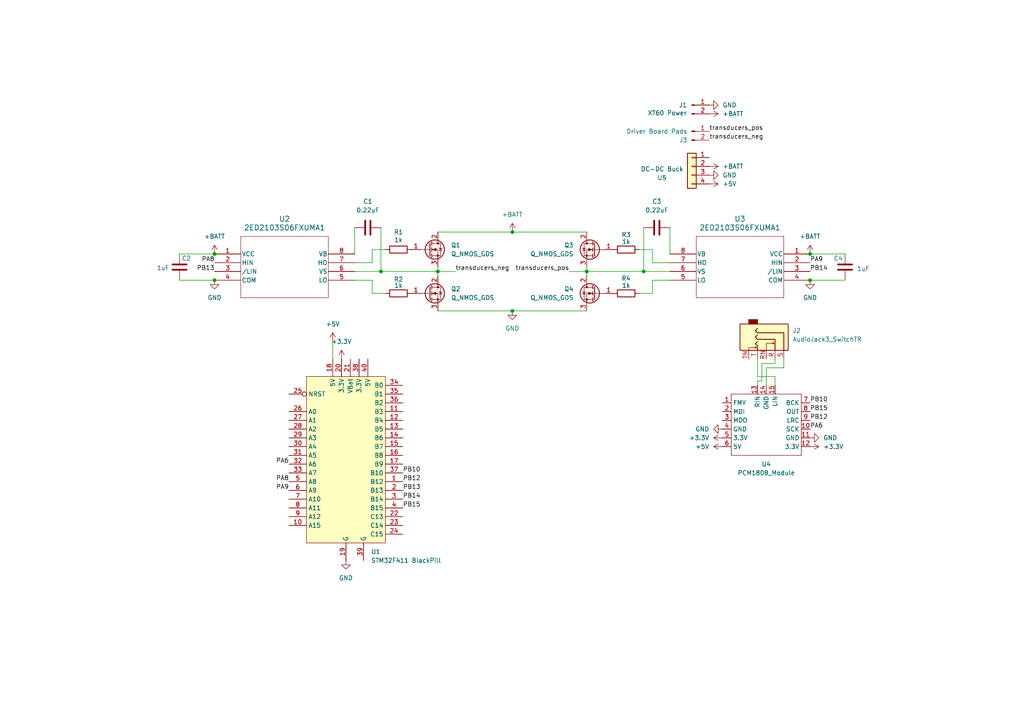
<source format=kicad_sch>
(kicad_sch (version 20231120) (generator "eeschema") (generator_version "8.0")
  (paper "A4")
  (lib_symbols
    (symbol "2ED2103S06FXUMA1:2ED2103S06FXUMA1" (pin_names (offset 0.254))
      (property "Reference" "U" (at 20.32 10.16 0))
      (property "Value" "2ED2103S06FXUMA1" (at 20.32 7.62 0))
      (symbol "2ED2103S06FXUMA1_0_1"
        (polyline (pts (xy 7.62 -12.7) (xy 33.02 -12.7)) (stroke (width 0.127)))
        (polyline (pts (xy 7.62 5.08) (xy 7.62 -12.7)) (stroke (width 0.127)))
        (polyline (pts (xy 33.02 -12.7) (xy 33.02 5.08)) (stroke (width 0.127)))
        (polyline (pts (xy 33.02 5.08) (xy 7.62 5.08)) (stroke (width 0.127)))
        (pin power_in line (at 0 0 0) (length 7.62) (name "VCC") (number "1"))
        (pin input line (at 0 -2.54 0) (length 7.62) (name "HIN") (number "2"))
        (pin input line (at 0 -5.08 0) (length 7.62) (name "/LIN") (number "3"))
        (pin unspecified line (at 0 -7.62 0) (length 7.62) (name "COM") (number "4"))
        (pin output line (at 40.64 -7.62 180) (length 7.62) (name "LO") (number "5"))
        (pin power_in line (at 40.64 -5.08 180) (length 7.62) (name "VS") (number "6"))
        (pin output line (at 40.64 -2.54 180) (length 7.62) (name "HO") (number "7"))
        (pin power_in line (at 40.64 0 180) (length 7.62) (name "VB") (number "8"))
      )
    )
    (symbol "Connector:Conn_01x02_Pin" (pin_names (offset 1.016) hide)
      (property "Reference" "J" (at 0 2.54 0))
      (property "Value" "Conn_01x02_Pin" (at 0 -5.08 0))
      (symbol "Conn_01x02_Pin_1_1"
        (polyline (pts (xy 1.27 -2.54) (xy 0.8636 -2.54)) (stroke (width 0.1524)))
        (polyline (pts (xy 1.27 0) (xy 0.8636 0)) (stroke (width 0.1524)))
        (rectangle (start 0.8636 -2.413) (end 0 -2.667) (stroke (width 0.1524)) (fill (type outline)))
        (rectangle (start 0.8636 0.127) (end 0 -0.127) (stroke (width 0.1524)) (fill (type outline)))
        (pin passive line (at 5.08 0 180) (length 3.81) (name "Pin_1") (number "1"))
        (pin passive line (at 5.08 -2.54 180) (length 3.81) (name "Pin_2") (number "2"))
      )
    )
    (symbol "Connector_Audio:AudioJack3_SwitchTR"
      (property "Reference" "J" (at 0 8.89 0))
      (property "Value" "AudioJack3_SwitchTR" (at 0 6.35 0))
      (symbol "AudioJack3_SwitchTR_0_1"
        (rectangle (start -5.08 -5.08) (end -6.35 -7.62) (stroke (width 0.254)) (fill (type outline)))
        (polyline (pts (xy 0.508 -0.254) (xy 0.762 -0.762)))
        (polyline (pts (xy 1.778 -5.334) (xy 2.032 -5.842)))
        (polyline (pts (xy 0 -5.08) (xy 0.635 -5.715) (xy 1.27 -5.08) (xy 2.54 -5.08)) (stroke (width 0.254)))
        (polyline (pts (xy 2.54 -7.62) (xy 1.778 -7.62) (xy 1.778 -5.334) (xy 1.524 -5.842)))
        (polyline (pts (xy 2.54 -2.54) (xy 0.508 -2.54) (xy 0.508 -0.254) (xy 0.254 -0.762)))
        (polyline (pts (xy -1.905 -5.08) (xy -1.27 -5.715) (xy -0.635 -5.08) (xy -0.635 0) (xy 2.54 0)) (stroke (width 0.254)))
        (polyline (pts (xy 2.54 2.54) (xy -2.54 2.54) (xy -2.54 -5.08) (xy -3.175 -5.715) (xy -3.81 -5.08)) (stroke (width 0.254)))
        (rectangle (start 2.54 3.81) (end -5.08 -10.16) (stroke (width 0.254)) (fill (type background)))
      )
      (symbol "AudioJack3_SwitchTR_1_1"
        (pin passive line (at 5.08 0 180) (length 2.54) (name "~") (number "R"))
        (pin passive line (at 5.08 -2.54 180) (length 2.54) (name "~") (number "RN"))
        (pin passive line (at 5.08 2.54 180) (length 2.54) (name "~") (number "S"))
        (pin passive line (at 5.08 -5.08 180) (length 2.54) (name "~") (number "T"))
        (pin passive line (at 5.08 -7.62 180) (length 2.54) (name "~") (number "TN"))
      )
    )
    (symbol "Connector_Generic:Conn_01x04" (pin_names (offset 1.016) hide)
      (property "Reference" "J" (at 0 5.08 0))
      (property "Value" "Conn_01x04" (at 0 -7.62 0))
      (symbol "Conn_01x04_1_1"
        (rectangle (start -1.27 -4.953) (end 0 -5.207) (stroke (width 0.1524)))
        (rectangle (start -1.27 -2.413) (end 0 -2.667) (stroke (width 0.1524)))
        (rectangle (start -1.27 0.127) (end 0 -0.127) (stroke (width 0.1524)))
        (rectangle (start -1.27 2.667) (end 0 2.413) (stroke (width 0.1524)))
        (rectangle (start -1.27 3.81) (end 1.27 -6.35) (stroke (width 0.254)) (fill (type background)))
        (pin passive line (at -5.08 2.54 0) (length 3.81) (name "Pin_1") (number "1"))
        (pin passive line (at -5.08 0 0) (length 3.81) (name "Pin_2") (number "2"))
        (pin passive line (at -5.08 -2.54 0) (length 3.81) (name "Pin_3") (number "3"))
        (pin passive line (at -5.08 -5.08 0) (length 3.81) (name "Pin_4") (number "4"))
      )
    )
    (symbol "Device:C" (pin_numbers hide) (pin_names (offset 0.254))
      (property "Reference" "C" (at 0.635 2.54 0))
      (property "Value" "C" (at 0.635 -2.54 0))
      (symbol "C_0_1"
        (polyline (pts (xy -2.032 -0.762) (xy 2.032 -0.762)) (stroke (width 0.508)))
        (polyline (pts (xy -2.032 0.762) (xy 2.032 0.762)) (stroke (width 0.508)))
      )
      (symbol "C_1_1"
        (pin passive line (at 0 3.81 270) (length 2.794) (name "~") (number "1"))
        (pin passive line (at 0 -3.81 90) (length 2.794) (name "~") (number "2"))
      )
    )
    (symbol "Device:Q_NMOS_GDS" (pin_names (offset 0) hide)
      (property "Reference" "Q" (at 5.08 1.27 0))
      (property "Value" "Q_NMOS_GDS" (at 5.08 -1.27 0))
      (symbol "Q_NMOS_GDS_0_1"
        (polyline (pts (xy 0.254 0) (xy -2.54 0)))
        (polyline (pts (xy 0.254 1.905) (xy 0.254 -1.905)) (stroke (width 0.254)))
        (polyline (pts (xy 0.762 -1.27) (xy 0.762 -2.286)) (stroke (width 0.254)))
        (polyline (pts (xy 0.762 0.508) (xy 0.762 -0.508)) (stroke (width 0.254)))
        (polyline (pts (xy 0.762 2.286) (xy 0.762 1.27)) (stroke (width 0.254)))
        (polyline (pts (xy 2.54 2.54) (xy 2.54 1.778)))
        (polyline (pts (xy 2.54 -2.54) (xy 2.54 0) (xy 0.762 0)))
        (polyline (pts (xy 0.762 -1.778) (xy 3.302 -1.778) (xy 3.302 1.778) (xy 0.762 1.778)))
        (polyline (pts (xy 1.016 0) (xy 2.032 0.381) (xy 2.032 -0.381) (xy 1.016 0)) (fill (type outline)))
        (polyline (pts (xy 2.794 0.508) (xy 2.921 0.381) (xy 3.683 0.381) (xy 3.81 0.254)))
        (polyline (pts (xy 3.302 0.381) (xy 2.921 -0.254) (xy 3.683 -0.254) (xy 3.302 0.381)))
        (circle (center 1.651 0) (radius 2.794) (stroke (width 0.254)))
        (circle (center 2.54 -1.778) (radius 0.254) (fill (type outline)))
        (circle (center 2.54 1.778) (radius 0.254) (fill (type outline)))
      )
      (symbol "Q_NMOS_GDS_1_1"
        (pin input line (at -5.08 0 0) (length 2.54) (name "G") (number "1"))
        (pin passive line (at 2.54 5.08 270) (length 2.54) (name "D") (number "2"))
        (pin passive line (at 2.54 -5.08 90) (length 2.54) (name "S") (number "3"))
      )
    )
    (symbol "Device:R" (pin_numbers hide) (pin_names (offset 0))
      (property "Reference" "R" (at 2.032 0 90))
      (property "Value" "R" (at 0 0 90))
      (symbol "R_0_1"
        (rectangle (start -1.016 -2.54) (end 1.016 2.54) (stroke (width 0.254)))
      )
      (symbol "R_1_1"
        (pin passive line (at 0 3.81 270) (length 1.27) (name "~") (number "1"))
        (pin passive line (at 0 -3.81 90) (length 1.27) (name "~") (number "2"))
      )
    )
    (symbol "PCM1808_Module:PCM1808_Module"
      (property "Reference" "U" (at 8.636 -1.27 0))
      (property "Value" "PCM1808_Module" (at 9.906 -3.302 0))
      (symbol "PCM1808_Module_1_1"
        (rectangle (start 0 17.78) (end 20.32 0))
        (pin input line (at -2.54 15.24 0) (length 2.54) (name "FMY") (number "1"))
        (pin input line (at 22.86 7.62 180) (length 2.54) (name "SCK") (number "10"))
        (pin power_in line (at 22.86 5.08 180) (length 2.54) (name "GND") (number "11"))
        (pin power_in line (at 22.86 2.54 180) (length 2.54) (name "3.3V") (number "12"))
        (pin input line (at 7.62 20.32 270) (length 2.54) (name "RIN") (number "13"))
        (pin input line (at 10.16 20.32 270) (length 2.54) (name "GND") (number "14"))
        (pin input line (at 12.7 20.32 270) (length 2.54) (name "LIN") (number "15"))
        (pin input line (at -2.54 12.7 0) (length 2.54) (name "MDI") (number "2"))
        (pin input line (at -2.54 10.16 0) (length 2.54) (name "MDO") (number "3"))
        (pin power_in line (at -2.54 7.62 0) (length 2.54) (name "GND") (number "4"))
        (pin power_in line (at -2.54 5.08 0) (length 2.54) (name "3.3V") (number "5"))
        (pin power_in line (at -2.54 2.54 0) (length 2.54) (name "5V") (number "6"))
        (pin input line (at 22.86 15.24 180) (length 2.54) (name "BCK") (number "7"))
        (pin output line (at 22.86 12.7 180) (length 2.54) (name "OUT") (number "8"))
        (pin input line (at 22.86 10.16 180) (length 2.54) (name "LRC") (number "9"))
      )
    )
    (symbol "WeAct_Black_Pill_V2.0:STM32F411_Black_Pill"
      (property "Reference" "U" (at -10.16 25.4 0))
      (property "Value" "STM32F411 BlackPill" (at -3.81 13.97 0))
      (symbol "STM32F411_Black_Pill_1_1"
        (rectangle (start -11.43 24.13) (end 11.43 -24.13) (fill (type background)))
        (pin bidirectional line (at 16.51 -6.35 180) (length 5.08) (name "B12") (number "1"))
        (pin bidirectional line (at -16.51 -19.05 0) (length 5.08) (name "A15") (number "10"))
        (pin bidirectional line (at 16.51 13.97 180) (length 5.08) (name "B3") (number "11"))
        (pin bidirectional line (at 16.51 11.43 180) (length 5.08) (name "B4") (number "12"))
        (pin bidirectional line (at 16.51 8.89 180) (length 5.08) (name "B5") (number "13"))
        (pin bidirectional line (at 16.51 6.35 180) (length 5.08) (name "B6") (number "14"))
        (pin bidirectional line (at 16.51 3.81 180) (length 5.08) (name "B7") (number "15"))
        (pin bidirectional line (at 16.51 1.27 180) (length 5.08) (name "B8") (number "16"))
        (pin bidirectional line (at 16.51 -1.27 180) (length 5.08) (name "B9") (number "17"))
        (pin bidirectional line (at -3.81 29.21 270) (length 5.08) (name "5V") (number "18"))
        (pin bidirectional line (at 0 -29.21 90) (length 5.08) (name "G") (number "19"))
        (pin bidirectional line (at 16.51 -8.89 180) (length 5.08) (name "B13") (number "2"))
        (pin bidirectional line (at -1.27 29.21 270) (length 5.08) (name "3.3V") (number "20"))
        (pin bidirectional line (at 1.27 29.21 270) (length 5.08) (name "VBat") (number "21"))
        (pin bidirectional line (at 16.51 -16.51 180) (length 5.08) (name "C13") (number "22"))
        (pin bidirectional line (at 16.51 -19.05 180) (length 5.08) (name "C14") (number "23"))
        (pin bidirectional line (at 16.51 -21.59 180) (length 5.08) (name "C15") (number "24"))
        (pin bidirectional inverted (at -16.51 19.05 0) (length 5.08) (name "NRST") (number "25"))
        (pin bidirectional line (at -16.51 13.97 0) (length 5.08) (name "A0") (number "26"))
        (pin bidirectional line (at -16.51 11.43 0) (length 5.08) (name "A1") (number "27"))
        (pin bidirectional line (at -16.51 8.89 0) (length 5.08) (name "A2") (number "28"))
        (pin bidirectional line (at -16.51 6.35 0) (length 5.08) (name "A3") (number "29"))
        (pin bidirectional line (at 16.51 -11.43 180) (length 5.08) (name "B14") (number "3"))
        (pin bidirectional line (at -16.51 3.81 0) (length 5.08) (name "A4") (number "30"))
        (pin bidirectional line (at -16.51 1.27 0) (length 5.08) (name "A5") (number "31"))
        (pin bidirectional line (at -16.51 -1.27 0) (length 5.08) (name "A6") (number "32"))
        (pin bidirectional line (at -16.51 -3.81 0) (length 5.08) (name "A7") (number "33"))
        (pin bidirectional line (at 16.51 21.59 180) (length 5.08) (name "B0") (number "34"))
        (pin bidirectional line (at 16.51 19.05 180) (length 5.08) (name "B1") (number "35"))
        (pin bidirectional line (at 16.51 16.51 180) (length 5.08) (name "B2") (number "36"))
        (pin bidirectional line (at 16.51 -3.81 180) (length 5.08) (name "B10") (number "37"))
        (pin bidirectional line (at 3.81 29.21 270) (length 5.08) (name "3.3V") (number "38"))
        (pin bidirectional line (at 5.08 -29.21 90) (length 5.08) (name "G") (number "39"))
        (pin bidirectional line (at 16.51 -13.97 180) (length 5.08) (name "B15") (number "4"))
        (pin bidirectional line (at 6.35 29.21 270) (length 5.08) (name "5V") (number "40"))
        (pin bidirectional line (at -16.51 -6.35 0) (length 5.08) (name "A8") (number "5"))
        (pin bidirectional line (at -16.51 -8.89 0) (length 5.08) (name "A9") (number "6"))
        (pin bidirectional line (at -16.51 -11.43 0) (length 5.08) (name "A10") (number "7"))
        (pin bidirectional line (at -16.51 -13.97 0) (length 5.08) (name "A11") (number "8"))
        (pin bidirectional line (at -16.51 -16.51 0) (length 5.08) (name "A12") (number "9"))
      )
    )
    (symbol "power:+3.3V" (power) (pin_numbers hide) (pin_names (offset 0) hide)
      (property "Value" "+3.3V" (at 0 3.556 0))
      (symbol "+3.3V_0_1"
        (polyline (pts (xy -0.762 1.27) (xy 0 2.54)))
        (polyline (pts (xy 0 0) (xy 0 2.54)))
        (polyline (pts (xy 0 2.54) (xy 0.762 1.27)))
      )
      (symbol "+3.3V_1_1"
        (pin power_in line (at 0 0 90) (length 0) (name "~") (number "1"))
      )
    )
    (symbol "power:+5V" (power) (pin_numbers hide) (pin_names (offset 0) hide)
      (property "Value" "+5V" (at 0 3.556 0))
      (symbol "+5V_0_1"
        (polyline (pts (xy -0.762 1.27) (xy 0 2.54)))
        (polyline (pts (xy 0 0) (xy 0 2.54)))
        (polyline (pts (xy 0 2.54) (xy 0.762 1.27)))
      )
      (symbol "+5V_1_1"
        (pin power_in line (at 0 0 90) (length 0) (name "~") (number "1"))
      )
    )
    (symbol "power:+BATT" (power) (pin_numbers hide) (pin_names (offset 0) hide)
      (property "Value" "+BATT" (at 0 3.556 0))
      (symbol "+BATT_0_1"
        (polyline (pts (xy -0.762 1.27) (xy 0 2.54)))
        (polyline (pts (xy 0 0) (xy 0 2.54)))
        (polyline (pts (xy 0 2.54) (xy 0.762 1.27)))
      )
      (symbol "+BATT_1_1"
        (pin power_in line (at 0 0 90) (length 0) (name "~") (number "1"))
      )
    )
    (symbol "power:GND" (power) (pin_numbers hide) (pin_names (offset 0) hide)
      (property "Value" "GND" (at 0 -3.81 0))
      (symbol "GND_0_1"
        (polyline (pts (xy 0 0) (xy 0 -1.27) (xy 1.27 -1.27) (xy 0 -2.54) (xy -1.27 -1.27) (xy 0 -1.27)))
      )
      (symbol "GND_1_1"
        (pin power_in line (at 0 0 270) (length 0) (name "~") (number "1"))
      )
    )
  )
  (junction (at 234.95 81.28))
  (junction (at 148.59 67.31))
  (junction (at 62.23 81.28))
  (junction (at 186.69 78.74))
  (junction (at 62.23 73.66))
  (junction (at 148.59 90.17))
  (junction (at 234.95 73.66))
  (junction (at 110.49 78.74))
  (junction (at 127 78.74))
  (junction (at 170.18 78.74))
  (wire (pts (xy 165.1 78.74) (xy 170.18 78.74)))
  (wire (pts (xy 110.49 78.74) (xy 127 78.74)))
  (wire (pts (xy 127 80.01) (xy 127 78.74)))
  (wire (pts (xy 189.23 81.28) (xy 189.23 85.09)))
  (wire (pts (xy 224.79 111.76) (xy 224.79 109.22)))
  (wire (pts (xy 189.23 72.39) (xy 185.42 72.39)))
  (wire (pts (xy 219.71 111.76) (xy 219.71 110.49)))
  (wire (pts (xy 245.11 73.66) (xy 234.95 73.66)))
  (wire (pts (xy 189.23 76.2) (xy 189.23 72.39)))
  (wire (pts (xy 170.18 78.74) (xy 186.69 78.74)))
  (wire (pts (xy 170.18 80.01) (xy 170.18 78.74)))
  (wire (pts (xy 170.18 77.47) (xy 170.18 78.74)))
  (wire (pts (xy 107.95 76.2) (xy 107.95 72.39)))
  (wire (pts (xy 102.87 66.04) (xy 102.87 73.66)))
  (wire (pts (xy 227.33 106.68) (xy 227.33 104.14)))
  (wire (pts (xy 107.95 81.28) (xy 107.95 85.09)))
  (wire (pts (xy 52.07 81.28) (xy 62.23 81.28)))
  (wire (pts (xy 194.31 66.04) (xy 194.31 73.66)))
  (wire (pts (xy 222.25 111.76) (xy 222.25 106.68)))
  (wire (pts (xy 224.79 109.22) (xy 219.71 109.22)))
  (wire (pts (xy 110.49 66.04) (xy 110.49 78.74)))
  (wire (pts (xy 220.98 110.49) (xy 220.98 105.41)))
  (wire (pts (xy 102.87 81.28) (xy 107.95 81.28)))
  (wire (pts (xy 127 67.31) (xy 148.59 67.31)))
  (wire (pts (xy 194.31 81.28) (xy 189.23 81.28)))
  (wire (pts (xy 194.31 76.2) (xy 189.23 76.2)))
  (wire (pts (xy 189.23 85.09) (xy 185.42 85.09)))
  (wire (pts (xy 127 78.74) (xy 132.08 78.74)))
  (wire (pts (xy 222.25 106.68) (xy 227.33 106.68)))
  (wire (pts (xy 245.11 81.28) (xy 234.95 81.28)))
  (wire (pts (xy 107.95 85.09) (xy 111.76 85.09)))
  (wire (pts (xy 52.07 73.66) (xy 62.23 73.66)))
  (wire (pts (xy 127 77.47) (xy 127 78.74)))
  (wire (pts (xy 102.87 78.74) (xy 110.49 78.74)))
  (wire (pts (xy 148.59 67.31) (xy 170.18 67.31)))
  (wire (pts (xy 186.69 66.04) (xy 186.69 78.74)))
  (wire (pts (xy 219.71 109.22) (xy 219.71 104.14)))
  (wire (pts (xy 220.98 105.41) (xy 224.79 105.41)))
  (wire (pts (xy 102.87 76.2) (xy 107.95 76.2)))
  (wire (pts (xy 107.95 72.39) (xy 111.76 72.39)))
  (wire (pts (xy 224.79 105.41) (xy 224.79 104.14)))
  (wire (pts (xy 127 90.17) (xy 148.59 90.17)))
  (wire (pts (xy 219.71 110.49) (xy 220.98 110.49)))
  (wire (pts (xy 148.59 90.17) (xy 170.18 90.17)))
  (wire (pts (xy 96.52 99.06) (xy 96.52 104.14)))
  (wire (pts (xy 194.31 78.74) (xy 186.69 78.74)))
  (label "transducers_pos" (at 165.1 78.74 180))
  (label "PB14" (at 234.95 78.74 0))
  (label "PB13" (at 62.23 78.74 180))
  (label "PA9" (at 234.95 76.2 0))
  (label "transducers_pos" (at 205.74 38.1 0))
  (label "PB10" (at 116.84 137.16 0))
  (label "PB15" (at 234.95 119.38 0))
  (label "PA8" (at 62.23 76.2 180))
  (label "PA8" (at 83.82 139.7 180))
  (label "PA6" (at 83.82 134.62 180))
  (label "transducers_neg" (at 205.74 40.64 0))
  (label "PB15" (at 116.84 147.32 0))
  (label "PB10" (at 234.95 116.84 0))
  (label "PB14" (at 116.84 144.78 0))
  (label "transducers_neg" (at 132.08 78.74 0))
  (label "PA6" (at 234.95 124.46 0))
  (label "PB12" (at 116.84 139.7 0))
  (label "PB12" (at 234.95 121.92 0))
  (label "PB13" (at 116.84 142.24 0))
  (label "PA9" (at 83.82 142.24 180))
  (symbol (lib_id "WeAct_Black_Pill_V2.0:STM32F411_Black_Pill") (at 100.33 133.35 0) (unit 1)
    (property "Reference" "U1" (at 107.6041 160.02 0) (effects (justify left)))
    (property "Value" "STM32F411 BlackPill" (at 107.6041 162.56 0) (effects (justify left)))
    (property "Footprint" "Library:STM32F411_Black_Pill" (effects (hide yes)))
    (property "Datasheet" "https://docs.zephyrproject.org/latest/boards/arm/blackpill_f411ce/doc/index.html" (effects (hide yes)))
    (property "Description" "WeAct Black Pill V2.0 development board, based STM32F411CE, made by Dony Setiawan" (effects (hide yes)))
  )
  (symbol (lib_id "power:+3.3V") (at 209.55 127 90) (unit 1)
    (property "Reference" "#PWR09" (effects (hide yes)))
    (property "Value" "+3.3V" (at 205.74 126.9999 90) (effects (justify left)))
    (property "Description" "Power symbol creates a global label with name \"+3.3V\"" (effects (hide yes)))
  )
  (symbol (lib_id "power:GND") (at 62.23 81.28 0) (unit 1)
    (property "Reference" "#PWR02" (effects (hide yes)))
    (property "Value" "GND" (at 62.23 86.36 0))
    (property "Description" "Power symbol creates a global label with name \"GND\" , ground" (effects (hide yes)))
  )
  (symbol (lib_id "power:GND") (at 100.33 162.56 0) (unit 1)
    (property "Reference" "#PWR05" (effects (hide yes)))
    (property "Value" "GND" (at 100.33 167.64 0))
    (property "Description" "Power symbol creates a global label with name \"GND\" , ground" (effects (hide yes)))
  )
  (symbol (lib_id "Device:C") (at 190.5 66.04 270) (mirror x) (unit 1)
    (property "Reference" "C3" (at 190.5 58.42 90))
    (property "Value" "0.22uF" (at 190.5 60.96 90))
    (property "Footprint" "Capacitor_SMD:C_0805_2012Metric_Pad1.18x1.45mm_HandSolder" (effects (hide yes)))
    (property "Description" "Unpolarized capacitor" (effects (hide yes)))
  )
  (symbol (lib_id "Device:R") (at 181.61 72.39 270) (mirror x) (unit 1)
    (property "Reference" "R3" (at 181.61 68.072 90))
    (property "Value" "1k" (at 181.61 70.104 90))
    (property "Footprint" "Resistor_SMD:R_0805_2012Metric_Pad1.20x1.40mm_HandSolder" (effects (hide yes)))
    (property "Description" "Resistor" (effects (hide yes)))
  )
  (symbol (lib_id "power:+3.3V") (at 99.06 104.14 0) (unit 1)
    (property "Reference" "#PWR04" (effects (hide yes)))
    (property "Value" "+3.3V" (at 99.06 99.06 0))
    (property "Description" "Power symbol creates a global label with name \"+3.3V\"" (effects (hide yes)))
  )
  (symbol (lib_id "power:GND") (at 205.74 50.8 90) (mirror x) (unit 1)
    (property "Reference" "#PWR017" (effects (hide yes)))
    (property "Value" "GND" (at 209.55 50.8001 90) (effects (justify right)))
    (property "Description" "Power symbol creates a global label with name \"GND\" , ground" (effects (hide yes)))
  )
  (symbol (lib_id "power:+BATT") (at 234.95 73.66 0) (unit 1)
    (property "Reference" "#PWR011" (effects (hide yes)))
    (property "Value" "+BATT" (at 234.95 68.58 0))
    (property "Description" "Power symbol creates a global label with name \"+BATT\"" (effects (hide yes)))
  )
  (symbol (lib_id "power:+5V") (at 209.55 129.54 90) (mirror x) (unit 1)
    (property "Reference" "#PWR010" (effects (hide yes)))
    (property "Value" "+5V" (at 205.74 129.5399 90) (effects (justify left)))
    (property "Description" "Power symbol creates a global label with name \"+5V\"" (effects (hide yes)))
  )
  (symbol (lib_id "PCM1808_Module:PCM1808_Module") (at 212.09 132.08 0) (unit 1)
    (property "Reference" "U4" (at 222.25 134.62 0))
    (property "Value" "PCM1808_Module" (at 222.25 137.16 0))
    (property "Footprint" "Library:PCM1808_Module" (effects (hide yes)))
  )
  (symbol (lib_id "Connector:Conn_01x02_Pin") (at 200.66 30.48 0) (unit 1)
    (property "Reference" "J1" (at 198.12 30.48 0))
    (property "Value" "XT60 Power" (at 193.548 32.766 0))
    (property "Footprint" "Connector_AMASS:AMASS_XT60PW-M_1x02_P7.20mm_Horizontal" (effects (hide yes)))
    (property "Description" "Generic connector, single row, 01x02, script generated" (effects (hide yes)))
  )
  (symbol (lib_id "power:GND") (at 209.55 124.46 270) (unit 1)
    (property "Reference" "#PWR08" (effects (hide yes)))
    (property "Value" "GND" (at 205.74 124.4599 90) (effects (justify right)))
    (property "Description" "Power symbol creates a global label with name \"GND\" , ground" (effects (hide yes)))
  )
  (symbol (lib_id "power:GND") (at 148.59 90.17 0) (unit 1)
    (property "Reference" "#PWR07" (effects (hide yes)))
    (property "Value" "GND" (at 148.59 95.25 0))
    (property "Description" "Power symbol creates a global label with name \"GND\" , ground" (effects (hide yes)))
  )
  (symbol (lib_id "Connector_Audio:AudioJack3_SwitchTR") (at 224.79 99.06 270) (unit 1)
    (property "Reference" "J2" (at 229.87 95.8849 90) (effects (justify left)))
    (property "Value" "AudioJack3_SwitchTR" (at 229.87 98.4249 90) (effects (justify left)))
    (property "Footprint" "Connector_Audio:Jack_3.5mm_Ledino_KB3SPRS_Horizontal" (effects (hide yes)))
    (property "Description" "Audio Jack, 3 Poles (Stereo / TRS), Switched TR Poles (Normalling)" (effects (hide yes)))
  )
  (symbol (lib_id "Device:C") (at 245.11 77.47 0) (mirror y) (unit 1)
    (property "Reference" "C4" (at 244.475 74.93 0) (effects (justify left)))
    (property "Value" "1uF" (at 252.222 77.978 0) (effects (justify left)))
    (property "Footprint" "Capacitor_SMD:C_0805_2012Metric_Pad1.18x1.45mm_HandSolder" (effects (hide yes)))
    (property "Description" "Unpolarized capacitor" (effects (hide yes)))
  )
  (symbol (lib_id "2ED2103S06FXUMA1:2ED2103S06FXUMA1") (at 62.23 73.66 0) (unit 1)
    (property "Reference" "U2" (at 82.55 63.5 0) (effects (font (size 1.524 1.524))))
    (property "Value" "2ED2103S06FXUMA1" (at 82.55 66.04 0) (effects (font (size 1.524 1.524))))
    (property "Footprint" "Library:PG-DSO-8-70" (effects (hide yes)))
    (property "Datasheet" "2ED2103S06FXUMA1" (effects (hide yes)))
  )
  (symbol (lib_id "Device:C") (at 52.07 77.47 0) (unit 1)
    (property "Reference" "C2" (at 52.705 74.93 0) (effects (justify left)))
    (property "Value" "1uF" (at 45.466 77.724 0) (effects (justify left)))
    (property "Footprint" "Capacitor_SMD:C_0805_2012Metric_Pad1.18x1.45mm_HandSolder" (effects (hide yes)))
    (property "Description" "Unpolarized capacitor" (effects (hide yes)))
  )
  (symbol (lib_id "Connector:Conn_01x02_Pin") (at 200.66 38.1 0) (unit 1)
    (property "Reference" "J3" (at 199.39 40.6401 0) (effects (justify right)))
    (property "Value" "Driver Board Pads" (at 199.39 38.1001 0) (effects (justify right)))
    (property "Footprint" "Library:Power_Pads" (effects (hide yes)))
    (property "Description" "Generic connector, single row, 01x02, script generated" (effects (hide yes)))
  )
  (symbol (lib_id "Device:Q_NMOS_GDS") (at 172.72 85.09 0) (mirror y) (unit 1)
    (property "Reference" "Q4" (at 166.37 83.8199 0) (effects (justify left)))
    (property "Value" "Q_NMOS_GDS" (at 166.37 86.3599 0) (effects (justify left)))
    (property "Footprint" "Package_TO_SOT_THT:TO-220-3_Vertical" (effects (hide yes)))
    (property "Description" "N-MOSFET transistor, gate/drain/source" (effects (hide yes)))
  )
  (symbol (lib_id "Connector_Generic:Conn_01x04") (at 200.66 48.26 0) (mirror y) (unit 1)
    (property "Reference" "U5" (at 192.024 51.562 0))
    (property "Value" "DC-DC Buck" (at 192.024 49.022 0))
    (property "Footprint" "Library:DC-DC Buck" (effects (hide yes)))
    (property "Description" "Generic connector, single row, 01x04, script generated (kicad-library-utils/schlib/autogen/connector/)" (effects (hide yes)))
  )
  (symbol (lib_id "power:+5V") (at 96.52 99.06 0) (unit 1)
    (property "Reference" "#PWR03" (effects (hide yes)))
    (property "Value" "+5V" (at 96.52 93.98 0))
    (property "Description" "Power symbol creates a global label with name \"+5V\"" (effects (hide yes)))
  )
  (symbol (lib_id "Device:Q_NMOS_GDS") (at 124.46 85.09 0) (unit 1)
    (property "Reference" "Q2" (at 130.81 83.8199 0) (effects (justify left)))
    (property "Value" "Q_NMOS_GDS" (at 130.81 86.3599 0) (effects (justify left)))
    (property "Footprint" "Package_TO_SOT_THT:TO-220-3_Vertical" (effects (hide yes)))
    (property "Description" "N-MOSFET transistor, gate/drain/source" (effects (hide yes)))
  )
  (symbol (lib_id "power:+BATT") (at 205.74 33.02 270) (unit 1)
    (property "Reference" "#PWR016" (effects (hide yes)))
    (property "Value" "+BATT" (at 209.55 33.0199 90) (effects (justify left)))
    (property "Description" "Power symbol creates a global label with name \"+BATT\"" (effects (hide yes)))
  )
  (symbol (lib_id "Device:Q_NMOS_GDS") (at 124.46 72.39 0) (unit 1)
    (property "Reference" "Q1" (at 130.81 71.1199 0) (effects (justify left)))
    (property "Value" "Q_NMOS_GDS" (at 130.81 73.6599 0) (effects (justify left)))
    (property "Footprint" "Package_TO_SOT_THT:TO-220-3_Vertical" (effects (hide yes)))
    (property "Description" "N-MOSFET transistor, gate/drain/source" (effects (hide yes)))
  )
  (symbol (lib_id "power:+BATT") (at 62.23 73.66 0) (unit 1)
    (property "Reference" "#PWR01" (effects (hide yes)))
    (property "Value" "+BATT" (at 62.23 68.58 0))
    (property "Description" "Power symbol creates a global label with name \"+BATT\"" (effects (hide yes)))
  )
  (symbol (lib_id "power:+5V") (at 205.74 53.34 270) (mirror x) (unit 1)
    (property "Reference" "#PWR019" (effects (hide yes)))
    (property "Value" "+5V" (at 209.55 53.3401 90) (effects (justify left)))
    (property "Description" "Power symbol creates a global label with name \"+5V\"" (effects (hide yes)))
  )
  (symbol (lib_id "power:GND") (at 205.74 30.48 90) (unit 1)
    (property "Reference" "#PWR015" (effects (hide yes)))
    (property "Value" "GND" (at 209.55 30.4799 90) (effects (justify right)))
    (property "Description" "Power symbol creates a global label with name \"GND\" , ground" (effects (hide yes)))
  )
  (symbol (lib_id "Device:R") (at 115.57 72.39 90) (unit 1)
    (property "Reference" "R1" (at 115.57 67.31 90))
    (property "Value" "1k" (at 115.57 69.596 90))
    (property "Footprint" "Resistor_SMD:R_0805_2012Metric_Pad1.20x1.40mm_HandSolder" (effects (hide yes)))
    (property "Description" "Resistor" (effects (hide yes)))
  )
  (symbol (lib_id "power:+BATT") (at 205.74 48.26 270) (mirror x) (unit 1)
    (property "Reference" "#PWR018" (effects (hide yes)))
    (property "Value" "+BATT" (at 209.55 48.2601 90) (effects (justify left)))
    (property "Description" "Power symbol creates a global label with name \"+BATT\"" (effects (hide yes)))
  )
  (symbol (lib_id "power:+3.3V") (at 234.95 129.54 270) (unit 1)
    (property "Reference" "#PWR014" (effects (hide yes)))
    (property "Value" "+3.3V" (at 238.76 129.5399 90) (effects (justify left)))
    (property "Description" "Power symbol creates a global label with name \"+3.3V\"" (effects (hide yes)))
  )
  (symbol (lib_id "power:+BATT") (at 148.59 67.31 0) (unit 1)
    (property "Reference" "#PWR06" (effects (hide yes)))
    (property "Value" "+BATT" (at 148.59 62.23 0))
    (property "Description" "Power symbol creates a global label with name \"+BATT\"" (effects (hide yes)))
  )
  (symbol (lib_id "Device:R") (at 115.57 85.09 90) (unit 1)
    (property "Reference" "R2" (at 115.57 81.026 90))
    (property "Value" "1k" (at 115.57 82.804 90))
    (property "Footprint" "Resistor_SMD:R_0805_2012Metric_Pad1.20x1.40mm_HandSolder" (effects (hide yes)))
    (property "Description" "Resistor" (effects (hide yes)))
  )
  (symbol (lib_id "power:GND") (at 234.95 127 90) (unit 1)
    (property "Reference" "#PWR013" (effects (hide yes)))
    (property "Value" "GND" (at 238.76 126.9999 90) (effects (justify right)))
    (property "Description" "Power symbol creates a global label with name \"GND\" , ground" (effects (hide yes)))
  )
  (symbol (lib_id "2ED2103S06FXUMA1:2ED2103S06FXUMA1") (at 234.95 73.66 0) (mirror y) (unit 1)
    (property "Reference" "U3" (at 214.63 63.5 0) (effects (font (size 1.524 1.524))))
    (property "Value" "2ED2103S06FXUMA1" (at 214.63 66.04 0) (effects (font (size 1.524 1.524))))
    (property "Footprint" "Library:PG-DSO-8-70" (effects (hide yes)))
    (property "Datasheet" "2ED2103S06FXUMA1" (effects (hide yes)))
  )
  (symbol (lib_id "Device:R") (at 181.61 85.09 270) (mirror x) (unit 1)
    (property "Reference" "R4" (at 181.61 80.772 90))
    (property "Value" "1k" (at 181.61 82.804 90))
    (property "Footprint" "Resistor_SMD:R_0805_2012Metric_Pad1.20x1.40mm_HandSolder" (effects (hide yes)))
    (property "Description" "Resistor" (effects (hide yes)))
  )
  (symbol (lib_id "Device:C") (at 106.68 66.04 90) (unit 1)
    (property "Reference" "C1" (at 106.68 58.42 90))
    (property "Value" "0.22uF" (at 106.68 60.96 90))
    (property "Footprint" "Capacitor_SMD:C_0805_2012Metric_Pad1.18x1.45mm_HandSolder" (effects (hide yes)))
    (property "Description" "Unpolarized capacitor" (effects (hide yes)))
  )
  (symbol (lib_id "power:GND") (at 234.95 81.28 0) (mirror y) (unit 1)
    (property "Reference" "#PWR012" (effects (hide yes)))
    (property "Value" "GND" (at 234.95 86.36 0))
    (property "Description" "Power symbol creates a global label with name \"GND\" , ground" (effects (hide yes)))
  )
  (symbol (lib_id "Device:Q_NMOS_GDS") (at 172.72 72.39 0) (mirror y) (unit 1)
    (property "Reference" "Q3" (at 166.37 71.1199 0) (effects (justify left)))
    (property "Value" "Q_NMOS_GDS" (at 166.37 73.6599 0) (effects (justify left)))
    (property "Footprint" "Package_TO_SOT_THT:TO-220-3_Vertical" (effects (hide yes)))
    (property "Description" "N-MOSFET transistor, gate/drain/source" (effects (hide yes)))
  )
)
</source>
